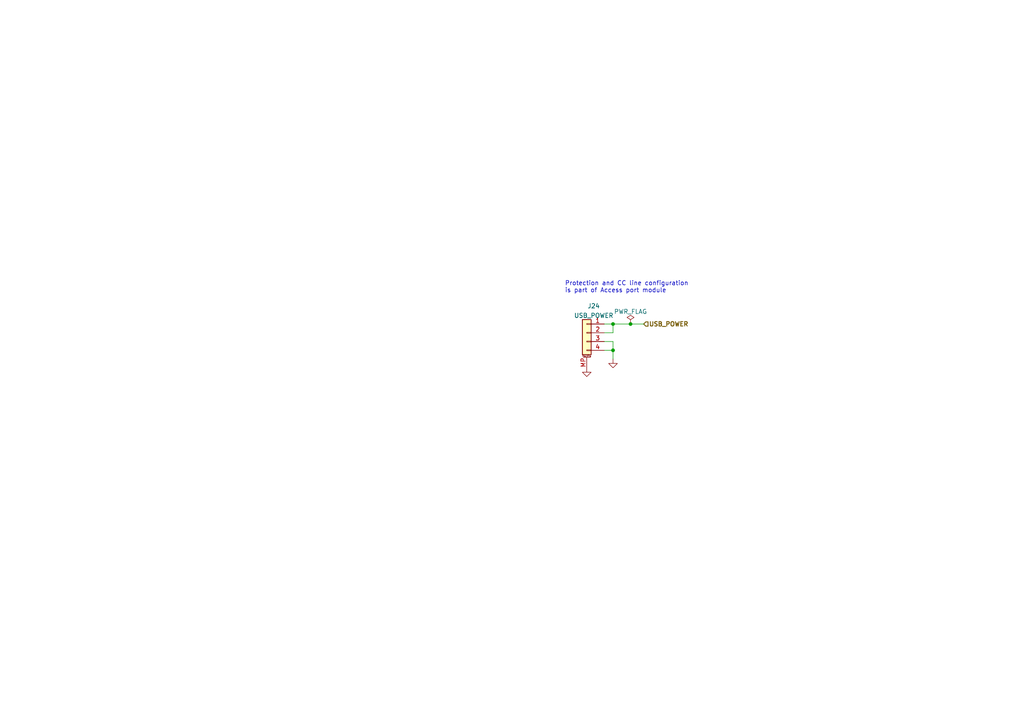
<source format=kicad_sch>
(kicad_sch (version 20210621) (generator eeschema)
  (paper "A4")
  (title_block (title "BUTCube - EPS") (date "2021-06-01") (rev "v1.0") (company "VUT - FIT(STRaDe) & FME(IAE & IPE)") (comment 1 "Author: Petr Malaník"))
  (lib_symbols
    (symbol "Connector_Generic_MountingPin:Conn_01x04_MountingPin" (pin_names (offset 1.016) hide)
      (property "Reference" "J" (at 0 5.08 0))
      (property "Value" "Conn_01x04_MountingPin" (at 1.27 -7.62 0))
      (symbol "Conn_01x04_MountingPin_1_1"
        (text "Mounting" (at 0 -6.731 0) (effects (font (size 0.381 0.381))))
        (rectangle (start -1.27 -4.953) (end 0 -5.207) (stroke (width 0.1524)))
        (rectangle (start -1.27 -2.413) (end 0 -2.667) (stroke (width 0.1524)))
        (rectangle (start -1.27 0.127) (end 0 -0.127) (stroke (width 0.1524)))
        (rectangle (start -1.27 2.667) (end 0 2.413) (stroke (width 0.1524)))
        (rectangle (start -1.27 3.81) (end 1.27 -6.35) (stroke (width 0.254)) (fill (type background)))
        (polyline (pts (xy -1.016 -7.112) (xy 1.016 -7.112)) (stroke (width 0.1524)))
        (pin passive line (at -5.08 2.54 0) (length 3.81) (name "Pin_1") (number "1"))
        (pin passive line (at -5.08 0 0) (length 3.81) (name "Pin_2") (number "2"))
        (pin passive line (at -5.08 -2.54 0) (length 3.81) (name "Pin_3") (number "3"))
        (pin passive line (at -5.08 -5.08 0) (length 3.81) (name "Pin_4") (number "4"))
        (pin passive line (at 0 -10.16 90) (length 3.048) (name "MountPin") (number "MP"))
      )
    )
    (symbol "power:GND" (power) (pin_names (offset 0))
      (property "Value" "GND" (at 0 -3.81 0))
      (symbol "GND_0_1"
        (polyline (pts (xy 0 0) (xy 0 -1.27) (xy 1.27 -1.27) (xy 0 -2.54) (xy -1.27 -1.27) (xy 0 -1.27)))
      )
      (symbol "GND_1_1"
        (pin power_in line (at 0 0 270) (length 0) hide (name "GND") (number "1"))
      )
    )
    (symbol "power:PWR_FLAG" (power) (pin_numbers hide) (pin_names (offset 0) hide)
      (property "Value" "PWR_FLAG" (at 0 3.81 0))
      (symbol "PWR_FLAG_0_0"
        (pin power_out line (at 0 0 90) (length 0) (name "pwr") (number "1"))
      )
      (symbol "PWR_FLAG_0_1"
        (polyline (pts (xy 0 0) (xy 0 1.27) (xy -1.016 1.905) (xy 0 2.54) (xy 1.016 1.905) (xy 0 1.27)))
      )
    )
  )
  (junction (at 177.8 93.98) (diameter 0.9144))
  (junction (at 177.8 101.6) (diameter 0.9144))
  (junction (at 182.88 93.98) (diameter 0.9144))
  (wire (pts (xy 175.26 93.98) (xy 177.8 93.98)))
  (wire (pts (xy 175.26 96.52) (xy 177.8 96.52)))
  (wire (pts (xy 175.26 99.06) (xy 177.8 99.06)))
  (wire (pts (xy 175.26 101.6) (xy 177.8 101.6)))
  (wire (pts (xy 177.8 93.98) (xy 182.88 93.98)))
  (wire (pts (xy 177.8 96.52) (xy 177.8 93.98)))
  (wire (pts (xy 177.8 99.06) (xy 177.8 101.6)))
  (wire (pts (xy 177.8 101.6) (xy 177.8 104.14)))
  (wire (pts (xy 182.88 93.98) (xy 186.69 93.98)))
  (text "Protection and CC line configuration\nis part of Access port module" (at 163.83 85.09 0) (effects (font (size 1.27 1.27)) (justify left bottom)))
  (hierarchical_label "USB_POWER" (shape input) (at 186.69 93.98 0) (effects (font (thickness 0.254))))
  (symbol (lib_id "power:PWR_FLAG") (at 182.88 93.98 0) (unit 1)
    (property "Reference" "#FLG021" (effects hide))
    (property "Value" "PWR_FLAG" (at 182.88 90.3754 0))
  )
  (symbol (lib_id "power:GND") (at 170.18 106.68 0) (unit 1)
    (property "Reference" "#PWR0281" (effects hide))
    (property "Value" "GND" (effects hide))
  )
  (symbol (lib_id "power:GND") (at 177.8 104.14 0) (unit 1)
    (property "Reference" "#PWR0282" (effects hide))
    (property "Value" "GND" (effects hide))
  )
  (symbol (lib_id "Connector_Generic_MountingPin:Conn_01x04_MountingPin") (at 170.18 96.52 0) (mirror y) (unit 1)
    (property "Reference" "J24" (at 172.212 88.7434 0))
    (property "Value" "USB_POWER" (at 172.212 91.5185 0))
  )
)
</source>
